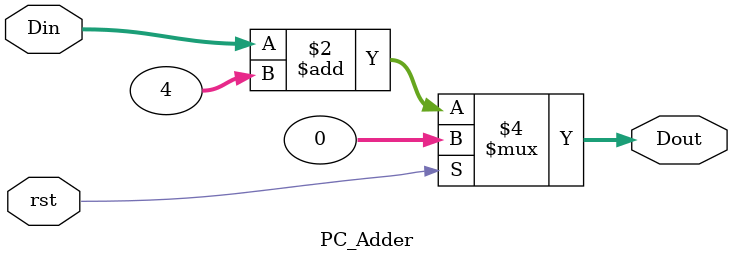
<source format=v>
`timescale 1ns / 1ps



module PC_Adder(rst,Din,Dout);
input rst;
input [31:0] Din;
output reg[31:0] Dout;

always@(*) begin
    if(rst) 
        Dout = 32'h0000;
    else
        Dout = Din + 32'h0004;//memory word is 4 bytes. 
    end

endmodule

</source>
